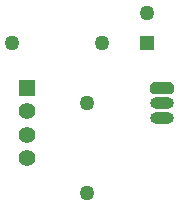
<source format=gbl>
G04 DipTrace 2.4.0.2*
%INBottom.gbl*%
%MOIN*%
%ADD15O,0.0787X0.0394*%
%ADD16C,0.05*%
%ADD17R,0.05X0.05*%
%ADD18C,0.05*%
%ADD19R,0.0551X0.0551*%
%ADD20C,0.0551*%
%FSLAX44Y44*%
G04*
G70*
G90*
G75*
G01*
%LNBottom*%
%LPD*%
G36*
X10235Y8243D2*
X10334Y8342D1*
Y8538D1*
X10235Y8637D1*
X9645D1*
X9546Y8538D1*
Y8342D1*
X9645Y8243D1*
X10235D1*
G37*
D15*
X9940Y7940D3*
Y7440D3*
D16*
X9440Y10940D3*
D17*
Y9940D3*
D16*
X4940D3*
D18*
X7940D3*
D16*
X7440Y4940D3*
D18*
Y7940D3*
D19*
X5440Y8440D3*
D20*
Y7653D3*
Y6865D3*
Y6078D3*
M02*

</source>
